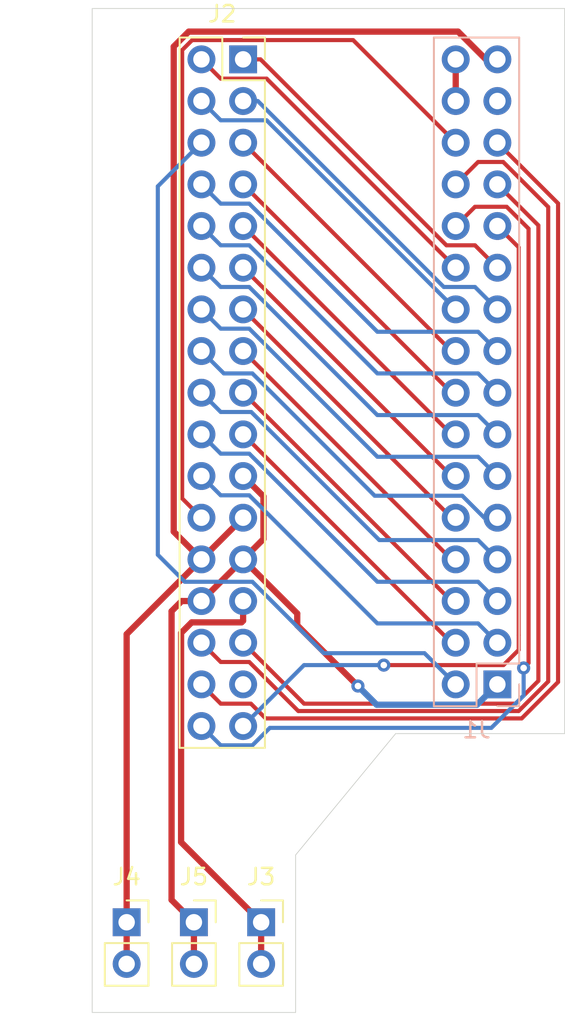
<source format=kicad_pcb>
(kicad_pcb (version 20171130) (host pcbnew "(5.1.9)-1")

  (general
    (thickness 1.6)
    (drawings 9)
    (tracks 159)
    (zones 0)
    (modules 5)
    (nets 34)
  )

  (page A4)
  (layers
    (0 F.Cu signal)
    (31 B.Cu signal)
    (32 B.Adhes user)
    (33 F.Adhes user)
    (34 B.Paste user)
    (35 F.Paste user)
    (36 B.SilkS user)
    (37 F.SilkS user)
    (38 B.Mask user)
    (39 F.Mask user)
    (40 Dwgs.User user)
    (41 Cmts.User user)
    (42 Eco1.User user)
    (43 Eco2.User user)
    (44 Edge.Cuts user)
    (45 Margin user)
    (46 B.CrtYd user)
    (47 F.CrtYd user)
    (48 B.Fab user)
    (49 F.Fab user)
  )

  (setup
    (last_trace_width 0.381)
    (user_trace_width 0.381)
    (trace_clearance 0.2)
    (zone_clearance 0.508)
    (zone_45_only no)
    (trace_min 0.2)
    (via_size 0.8)
    (via_drill 0.4)
    (via_min_size 0.4)
    (via_min_drill 0.3)
    (uvia_size 0.3)
    (uvia_drill 0.1)
    (uvias_allowed no)
    (uvia_min_size 0.2)
    (uvia_min_drill 0.1)
    (edge_width 0.05)
    (segment_width 0.2)
    (pcb_text_width 0.3)
    (pcb_text_size 1.5 1.5)
    (mod_edge_width 0.12)
    (mod_text_size 1 1)
    (mod_text_width 0.15)
    (pad_size 1.524 1.524)
    (pad_drill 0.762)
    (pad_to_mask_clearance 0)
    (aux_axis_origin 169.5 137.2)
    (visible_elements FFFFFF7F)
    (pcbplotparams
      (layerselection 0x010fc_ffffffff)
      (usegerberextensions false)
      (usegerberattributes true)
      (usegerberadvancedattributes true)
      (creategerberjobfile true)
      (excludeedgelayer true)
      (linewidth 0.100000)
      (plotframeref false)
      (viasonmask false)
      (mode 1)
      (useauxorigin false)
      (hpglpennumber 1)
      (hpglpenspeed 20)
      (hpglpendiameter 15.000000)
      (psnegative false)
      (psa4output false)
      (plotreference true)
      (plotvalue true)
      (plotinvisibletext false)
      (padsonsilk false)
      (subtractmaskfromsilk false)
      (outputformat 1)
      (mirror false)
      (drillshape 1)
      (scaleselection 1)
      (outputdirectory ""))
  )

  (net 0 "")
  (net 1 GND)
  (net 2 +3V3)
  (net 3 "Net-(J1-Pad29)")
  (net 4 /LCD_BL)
  (net 5 /T_PEN)
  (net 6 /T_MISO)
  (net 7 /T_MOSI)
  (net 8 /T_CS)
  (net 9 /T_SCK)
  (net 10 /FSMC_NEx)
  (net 11 /FSMC_Ax)
  (net 12 /FSMC_NWE)
  (net 13 /FSMC_NOE)
  (net 14 /FSMC_D0)
  (net 15 /FSMC_D1)
  (net 16 /FSMC_D2)
  (net 17 /FSMC_D3)
  (net 18 /FSMC_D4)
  (net 19 /FSMC_D5)
  (net 20 /FSMC_D6)
  (net 21 /FSMC_D7)
  (net 22 /FSMC_D8)
  (net 23 /FSMC_D9)
  (net 24 /FSMC_D10)
  (net 25 /FSMC_D11)
  (net 26 /FSMC_D12)
  (net 27 /FSMC_D13)
  (net 28 /FSMC_D14)
  (net 29 /FSMC_D15)
  (net 30 /RST)
  (net 31 +5V)
  (net 32 "Net-(J2-Pad31)")
  (net 33 GND2)

  (net_class Default "This is the default net class."
    (clearance 0.2)
    (trace_width 0.25)
    (via_dia 0.8)
    (via_drill 0.4)
    (uvia_dia 0.3)
    (uvia_drill 0.1)
    (add_net +3V3)
    (add_net +5V)
    (add_net /FSMC_Ax)
    (add_net /FSMC_D0)
    (add_net /FSMC_D1)
    (add_net /FSMC_D10)
    (add_net /FSMC_D11)
    (add_net /FSMC_D12)
    (add_net /FSMC_D13)
    (add_net /FSMC_D14)
    (add_net /FSMC_D15)
    (add_net /FSMC_D2)
    (add_net /FSMC_D3)
    (add_net /FSMC_D4)
    (add_net /FSMC_D5)
    (add_net /FSMC_D6)
    (add_net /FSMC_D7)
    (add_net /FSMC_D8)
    (add_net /FSMC_D9)
    (add_net /FSMC_NEx)
    (add_net /FSMC_NOE)
    (add_net /FSMC_NWE)
    (add_net /LCD_BL)
    (add_net /RST)
    (add_net /T_CS)
    (add_net /T_MISO)
    (add_net /T_MOSI)
    (add_net /T_PEN)
    (add_net /T_SCK)
    (add_net GND)
    (add_net GND2)
    (add_net "Net-(J1-Pad29)")
    (add_net "Net-(J2-Pad31)")
  )

  (module Connector_PinSocket_2.54mm:PinSocket_1x02_P2.54mm_Vertical (layer F.Cu) (tedit 5A19A420) (tstamp 609AA1A3)
    (at 175.7 131.7)
    (descr "Through hole straight socket strip, 1x02, 2.54mm pitch, single row (from Kicad 4.0.7), script generated")
    (tags "Through hole socket strip THT 1x02 2.54mm single row")
    (path /60AAE584)
    (fp_text reference J5 (at 0 -2.77) (layer F.SilkS)
      (effects (font (size 1 1) (thickness 0.15)))
    )
    (fp_text value Conn_01x02_Female (at 0 5.31) (layer F.Fab)
      (effects (font (size 1 1) (thickness 0.15)))
    )
    (fp_text user %R (at 0 1.27 90) (layer F.Fab)
      (effects (font (size 1 1) (thickness 0.15)))
    )
    (fp_line (start -1.27 -1.27) (end 0.635 -1.27) (layer F.Fab) (width 0.1))
    (fp_line (start 0.635 -1.27) (end 1.27 -0.635) (layer F.Fab) (width 0.1))
    (fp_line (start 1.27 -0.635) (end 1.27 3.81) (layer F.Fab) (width 0.1))
    (fp_line (start 1.27 3.81) (end -1.27 3.81) (layer F.Fab) (width 0.1))
    (fp_line (start -1.27 3.81) (end -1.27 -1.27) (layer F.Fab) (width 0.1))
    (fp_line (start -1.33 1.27) (end 1.33 1.27) (layer F.SilkS) (width 0.12))
    (fp_line (start -1.33 1.27) (end -1.33 3.87) (layer F.SilkS) (width 0.12))
    (fp_line (start -1.33 3.87) (end 1.33 3.87) (layer F.SilkS) (width 0.12))
    (fp_line (start 1.33 1.27) (end 1.33 3.87) (layer F.SilkS) (width 0.12))
    (fp_line (start 1.33 -1.33) (end 1.33 0) (layer F.SilkS) (width 0.12))
    (fp_line (start 0 -1.33) (end 1.33 -1.33) (layer F.SilkS) (width 0.12))
    (fp_line (start -1.8 -1.8) (end 1.75 -1.8) (layer F.CrtYd) (width 0.05))
    (fp_line (start 1.75 -1.8) (end 1.75 4.3) (layer F.CrtYd) (width 0.05))
    (fp_line (start 1.75 4.3) (end -1.8 4.3) (layer F.CrtYd) (width 0.05))
    (fp_line (start -1.8 4.3) (end -1.8 -1.8) (layer F.CrtYd) (width 0.05))
    (pad 2 thru_hole oval (at 0 2.54) (size 1.7 1.7) (drill 1) (layers *.Cu *.Mask)
      (net 1 GND))
    (pad 1 thru_hole rect (at 0 0) (size 1.7 1.7) (drill 1) (layers *.Cu *.Mask)
      (net 1 GND))
    (model ${KISYS3DMOD}/Connector_PinSocket_2.54mm.3dshapes/PinSocket_1x02_P2.54mm_Vertical.wrl
      (at (xyz 0 0 0))
      (scale (xyz 1 1 1))
      (rotate (xyz 0 0 0))
    )
  )

  (module Connector_PinSocket_2.54mm:PinSocket_1x02_P2.54mm_Vertical (layer F.Cu) (tedit 5A19A420) (tstamp 609AA18D)
    (at 171.6 131.7)
    (descr "Through hole straight socket strip, 1x02, 2.54mm pitch, single row (from Kicad 4.0.7), script generated")
    (tags "Through hole socket strip THT 1x02 2.54mm single row")
    (path /60AAEFFD)
    (fp_text reference J4 (at 0 -2.77) (layer F.SilkS)
      (effects (font (size 1 1) (thickness 0.15)))
    )
    (fp_text value Conn_01x02_Female (at 0 5.31) (layer F.Fab)
      (effects (font (size 1 1) (thickness 0.15)))
    )
    (fp_text user %R (at -0.2 1.7 90) (layer F.Fab)
      (effects (font (size 1 1) (thickness 0.15)))
    )
    (fp_line (start -1.27 -1.27) (end 0.635 -1.27) (layer F.Fab) (width 0.1))
    (fp_line (start 0.635 -1.27) (end 1.27 -0.635) (layer F.Fab) (width 0.1))
    (fp_line (start 1.27 -0.635) (end 1.27 3.81) (layer F.Fab) (width 0.1))
    (fp_line (start 1.27 3.81) (end -1.27 3.81) (layer F.Fab) (width 0.1))
    (fp_line (start -1.27 3.81) (end -1.27 -1.27) (layer F.Fab) (width 0.1))
    (fp_line (start -1.33 1.27) (end 1.33 1.27) (layer F.SilkS) (width 0.12))
    (fp_line (start -1.33 1.27) (end -1.33 3.87) (layer F.SilkS) (width 0.12))
    (fp_line (start -1.33 3.87) (end 1.33 3.87) (layer F.SilkS) (width 0.12))
    (fp_line (start 1.33 1.27) (end 1.33 3.87) (layer F.SilkS) (width 0.12))
    (fp_line (start 1.33 -1.33) (end 1.33 0) (layer F.SilkS) (width 0.12))
    (fp_line (start 0 -1.33) (end 1.33 -1.33) (layer F.SilkS) (width 0.12))
    (fp_line (start -1.8 -1.8) (end 1.75 -1.8) (layer F.CrtYd) (width 0.05))
    (fp_line (start 1.75 -1.8) (end 1.75 4.3) (layer F.CrtYd) (width 0.05))
    (fp_line (start 1.75 4.3) (end -1.8 4.3) (layer F.CrtYd) (width 0.05))
    (fp_line (start -1.8 4.3) (end -1.8 -1.8) (layer F.CrtYd) (width 0.05))
    (pad 2 thru_hole oval (at 0 2.54) (size 1.7 1.7) (drill 1) (layers *.Cu *.Mask)
      (net 2 +3V3))
    (pad 1 thru_hole rect (at 0 0) (size 1.7 1.7) (drill 1) (layers *.Cu *.Mask)
      (net 2 +3V3))
    (model ${KISYS3DMOD}/Connector_PinSocket_2.54mm.3dshapes/PinSocket_1x02_P2.54mm_Vertical.wrl
      (at (xyz 0 0 0))
      (scale (xyz 1 1 1))
      (rotate (xyz 0 0 0))
    )
  )

  (module Connector_PinSocket_2.54mm:PinSocket_1x02_P2.54mm_Vertical (layer F.Cu) (tedit 5A19A420) (tstamp 609AA177)
    (at 179.8 131.7)
    (descr "Through hole straight socket strip, 1x02, 2.54mm pitch, single row (from Kicad 4.0.7), script generated")
    (tags "Through hole socket strip THT 1x02 2.54mm single row")
    (path /60AB1D20)
    (fp_text reference J3 (at 0 -2.77) (layer F.SilkS)
      (effects (font (size 1 1) (thickness 0.15)))
    )
    (fp_text value Conn_01x02_Female (at 0 5.31) (layer F.Fab)
      (effects (font (size 1 1) (thickness 0.15)))
    )
    (fp_text user %R (at 0 1.27 90) (layer F.Fab)
      (effects (font (size 1 1) (thickness 0.15)))
    )
    (fp_line (start -1.27 -1.27) (end 0.635 -1.27) (layer F.Fab) (width 0.1))
    (fp_line (start 0.635 -1.27) (end 1.27 -0.635) (layer F.Fab) (width 0.1))
    (fp_line (start 1.27 -0.635) (end 1.27 3.81) (layer F.Fab) (width 0.1))
    (fp_line (start 1.27 3.81) (end -1.27 3.81) (layer F.Fab) (width 0.1))
    (fp_line (start -1.27 3.81) (end -1.27 -1.27) (layer F.Fab) (width 0.1))
    (fp_line (start -1.33 1.27) (end 1.33 1.27) (layer F.SilkS) (width 0.12))
    (fp_line (start -1.33 1.27) (end -1.33 3.87) (layer F.SilkS) (width 0.12))
    (fp_line (start -1.33 3.87) (end 1.33 3.87) (layer F.SilkS) (width 0.12))
    (fp_line (start 1.33 1.27) (end 1.33 3.87) (layer F.SilkS) (width 0.12))
    (fp_line (start 1.33 -1.33) (end 1.33 0) (layer F.SilkS) (width 0.12))
    (fp_line (start 0 -1.33) (end 1.33 -1.33) (layer F.SilkS) (width 0.12))
    (fp_line (start -1.8 -1.8) (end 1.75 -1.8) (layer F.CrtYd) (width 0.05))
    (fp_line (start 1.75 -1.8) (end 1.75 4.3) (layer F.CrtYd) (width 0.05))
    (fp_line (start 1.75 4.3) (end -1.8 4.3) (layer F.CrtYd) (width 0.05))
    (fp_line (start -1.8 4.3) (end -1.8 -1.8) (layer F.CrtYd) (width 0.05))
    (pad 2 thru_hole oval (at 0 2.54) (size 1.7 1.7) (drill 1) (layers *.Cu *.Mask)
      (net 31 +5V))
    (pad 1 thru_hole rect (at 0 0) (size 1.7 1.7) (drill 1) (layers *.Cu *.Mask)
      (net 31 +5V))
    (model ${KISYS3DMOD}/Connector_PinSocket_2.54mm.3dshapes/PinSocket_1x02_P2.54mm_Vertical.wrl
      (at (xyz 0 0 0))
      (scale (xyz 1 1 1))
      (rotate (xyz 0 0 0))
    )
  )

  (module Connector_PinSocket_2.54mm:PinSocket_2x17_P2.54mm_Vertical (layer F.Cu) (tedit 5A19A431) (tstamp 609A7011)
    (at 178.7 79.1)
    (descr "Through hole straight socket strip, 2x17, 2.54mm pitch, double cols (from Kicad 4.0.7), script generated")
    (tags "Through hole socket strip THT 2x17 2.54mm double row")
    (path /609B69A4)
    (fp_text reference J2 (at -1.27 -2.77) (layer F.SilkS)
      (effects (font (size 1 1) (thickness 0.15)))
    )
    (fp_text value Screen (at -1.27 43.41) (layer F.Fab)
      (effects (font (size 1 1) (thickness 0.15)))
    )
    (fp_text user %R (at -1.27 20.32 -270) (layer F.Fab)
      (effects (font (size 1 1) (thickness 0.15)))
    )
    (fp_line (start -3.81 -1.27) (end 0.27 -1.27) (layer F.Fab) (width 0.1))
    (fp_line (start 0.27 -1.27) (end 1.27 -0.27) (layer F.Fab) (width 0.1))
    (fp_line (start 1.27 -0.27) (end 1.27 41.91) (layer F.Fab) (width 0.1))
    (fp_line (start 1.27 41.91) (end -3.81 41.91) (layer F.Fab) (width 0.1))
    (fp_line (start -3.81 41.91) (end -3.81 -1.27) (layer F.Fab) (width 0.1))
    (fp_line (start -3.87 -1.33) (end -1.27 -1.33) (layer F.SilkS) (width 0.12))
    (fp_line (start -3.87 -1.33) (end -3.87 41.97) (layer F.SilkS) (width 0.12))
    (fp_line (start -3.87 41.97) (end 1.33 41.97) (layer F.SilkS) (width 0.12))
    (fp_line (start 1.33 1.27) (end 1.33 41.97) (layer F.SilkS) (width 0.12))
    (fp_line (start -1.27 1.27) (end 1.33 1.27) (layer F.SilkS) (width 0.12))
    (fp_line (start -1.27 -1.33) (end -1.27 1.27) (layer F.SilkS) (width 0.12))
    (fp_line (start 1.33 -1.33) (end 1.33 0) (layer F.SilkS) (width 0.12))
    (fp_line (start 0 -1.33) (end 1.33 -1.33) (layer F.SilkS) (width 0.12))
    (fp_line (start -4.34 -1.8) (end 1.76 -1.8) (layer F.CrtYd) (width 0.05))
    (fp_line (start 1.76 -1.8) (end 1.76 42.4) (layer F.CrtYd) (width 0.05))
    (fp_line (start 1.76 42.4) (end -4.34 42.4) (layer F.CrtYd) (width 0.05))
    (fp_line (start -4.34 42.4) (end -4.34 -1.8) (layer F.CrtYd) (width 0.05))
    (pad 34 thru_hole oval (at -2.54 40.64) (size 1.7 1.7) (drill 1) (layers *.Cu *.Mask)
      (net 8 /T_CS))
    (pad 33 thru_hole oval (at 0 40.64) (size 1.7 1.7) (drill 1) (layers *.Cu *.Mask)
      (net 9 /T_SCK))
    (pad 32 thru_hole oval (at -2.54 38.1) (size 1.7 1.7) (drill 1) (layers *.Cu *.Mask)
      (net 5 /T_PEN))
    (pad 31 thru_hole oval (at 0 38.1) (size 1.7 1.7) (drill 1) (layers *.Cu *.Mask)
      (net 32 "Net-(J2-Pad31)"))
    (pad 30 thru_hole oval (at -2.54 35.56) (size 1.7 1.7) (drill 1) (layers *.Cu *.Mask)
      (net 6 /T_MISO))
    (pad 29 thru_hole oval (at 0 35.56) (size 1.7 1.7) (drill 1) (layers *.Cu *.Mask)
      (net 7 /T_MOSI))
    (pad 28 thru_hole oval (at -2.54 33.02) (size 1.7 1.7) (drill 1) (layers *.Cu *.Mask)
      (net 1 GND))
    (pad 27 thru_hole oval (at 0 33.02) (size 1.7 1.7) (drill 1) (layers *.Cu *.Mask)
      (net 31 +5V))
    (pad 26 thru_hole oval (at -2.54 30.48) (size 1.7 1.7) (drill 1) (layers *.Cu *.Mask)
      (net 2 +3V3))
    (pad 25 thru_hole oval (at 0 30.48) (size 1.7 1.7) (drill 1) (layers *.Cu *.Mask)
      (net 1 GND))
    (pad 24 thru_hole oval (at -2.54 27.94) (size 1.7 1.7) (drill 1) (layers *.Cu *.Mask)
      (net 4 /LCD_BL))
    (pad 23 thru_hole oval (at 0 27.94) (size 1.7 1.7) (drill 1) (layers *.Cu *.Mask)
      (net 2 +3V3))
    (pad 22 thru_hole oval (at -2.54 25.4) (size 1.7 1.7) (drill 1) (layers *.Cu *.Mask)
      (net 29 /FSMC_D15))
    (pad 21 thru_hole oval (at 0 25.4) (size 1.7 1.7) (drill 1) (layers *.Cu *.Mask)
      (net 1 GND))
    (pad 20 thru_hole oval (at -2.54 22.86) (size 1.7 1.7) (drill 1) (layers *.Cu *.Mask)
      (net 27 /FSMC_D13))
    (pad 19 thru_hole oval (at 0 22.86) (size 1.7 1.7) (drill 1) (layers *.Cu *.Mask)
      (net 28 /FSMC_D14))
    (pad 18 thru_hole oval (at -2.54 20.32) (size 1.7 1.7) (drill 1) (layers *.Cu *.Mask)
      (net 25 /FSMC_D11))
    (pad 17 thru_hole oval (at 0 20.32) (size 1.7 1.7) (drill 1) (layers *.Cu *.Mask)
      (net 26 /FSMC_D12))
    (pad 16 thru_hole oval (at -2.54 17.78) (size 1.7 1.7) (drill 1) (layers *.Cu *.Mask)
      (net 23 /FSMC_D9))
    (pad 15 thru_hole oval (at 0 17.78) (size 1.7 1.7) (drill 1) (layers *.Cu *.Mask)
      (net 24 /FSMC_D10))
    (pad 14 thru_hole oval (at -2.54 15.24) (size 1.7 1.7) (drill 1) (layers *.Cu *.Mask)
      (net 21 /FSMC_D7))
    (pad 13 thru_hole oval (at 0 15.24) (size 1.7 1.7) (drill 1) (layers *.Cu *.Mask)
      (net 22 /FSMC_D8))
    (pad 12 thru_hole oval (at -2.54 12.7) (size 1.7 1.7) (drill 1) (layers *.Cu *.Mask)
      (net 19 /FSMC_D5))
    (pad 11 thru_hole oval (at 0 12.7) (size 1.7 1.7) (drill 1) (layers *.Cu *.Mask)
      (net 20 /FSMC_D6))
    (pad 10 thru_hole oval (at -2.54 10.16) (size 1.7 1.7) (drill 1) (layers *.Cu *.Mask)
      (net 17 /FSMC_D3))
    (pad 9 thru_hole oval (at 0 10.16) (size 1.7 1.7) (drill 1) (layers *.Cu *.Mask)
      (net 18 /FSMC_D4))
    (pad 8 thru_hole oval (at -2.54 7.62) (size 1.7 1.7) (drill 1) (layers *.Cu *.Mask)
      (net 15 /FSMC_D1))
    (pad 7 thru_hole oval (at 0 7.62) (size 1.7 1.7) (drill 1) (layers *.Cu *.Mask)
      (net 16 /FSMC_D2))
    (pad 6 thru_hole oval (at -2.54 5.08) (size 1.7 1.7) (drill 1) (layers *.Cu *.Mask)
      (net 30 /RST))
    (pad 5 thru_hole oval (at 0 5.08) (size 1.7 1.7) (drill 1) (layers *.Cu *.Mask)
      (net 14 /FSMC_D0))
    (pad 4 thru_hole oval (at -2.54 2.54) (size 1.7 1.7) (drill 1) (layers *.Cu *.Mask)
      (net 12 /FSMC_NWE))
    (pad 3 thru_hole oval (at 0 2.54) (size 1.7 1.7) (drill 1) (layers *.Cu *.Mask)
      (net 13 /FSMC_NOE))
    (pad 2 thru_hole oval (at -2.54 0) (size 1.7 1.7) (drill 1) (layers *.Cu *.Mask)
      (net 10 /FSMC_NEx))
    (pad 1 thru_hole rect (at 0 0) (size 1.7 1.7) (drill 1) (layers *.Cu *.Mask)
      (net 11 /FSMC_Ax))
    (model ${KISYS3DMOD}/Connector_PinSocket_2.54mm.3dshapes/PinSocket_2x17_P2.54mm_Vertical.wrl
      (at (xyz 0 0 0))
      (scale (xyz 1 1 1))
      (rotate (xyz 0 0 0))
    )
  )

  (module Connector_PinSocket_2.54mm:PinSocket_2x16_P2.54mm_Vertical (layer B.Cu) (tedit 5A19A424) (tstamp 609A6F3F)
    (at 194.2 117.2)
    (descr "Through hole straight socket strip, 2x16, 2.54mm pitch, double cols (from Kicad 4.0.7), script generated")
    (tags "Through hole socket strip THT 2x16 2.54mm double row")
    (path /609B51F0)
    (fp_text reference J1 (at -1.27 2.77) (layer B.SilkS)
      (effects (font (size 1 1) (thickness 0.15)) (justify mirror))
    )
    (fp_text value Board (at -1.27 -40.87) (layer B.Fab)
      (effects (font (size 1 1) (thickness 0.15)) (justify mirror))
    )
    (fp_text user %R (at -1.27 -19.05 -90) (layer B.Fab)
      (effects (font (size 1 1) (thickness 0.15)) (justify mirror))
    )
    (fp_line (start -3.81 1.27) (end 0.27 1.27) (layer B.Fab) (width 0.1))
    (fp_line (start 0.27 1.27) (end 1.27 0.27) (layer B.Fab) (width 0.1))
    (fp_line (start 1.27 0.27) (end 1.27 -39.37) (layer B.Fab) (width 0.1))
    (fp_line (start 1.27 -39.37) (end -3.81 -39.37) (layer B.Fab) (width 0.1))
    (fp_line (start -3.81 -39.37) (end -3.81 1.27) (layer B.Fab) (width 0.1))
    (fp_line (start -3.87 1.33) (end -1.27 1.33) (layer B.SilkS) (width 0.12))
    (fp_line (start -3.87 1.33) (end -3.87 -39.43) (layer B.SilkS) (width 0.12))
    (fp_line (start -3.87 -39.43) (end 1.33 -39.43) (layer B.SilkS) (width 0.12))
    (fp_line (start 1.33 -1.27) (end 1.33 -39.43) (layer B.SilkS) (width 0.12))
    (fp_line (start -1.27 -1.27) (end 1.33 -1.27) (layer B.SilkS) (width 0.12))
    (fp_line (start -1.27 1.33) (end -1.27 -1.27) (layer B.SilkS) (width 0.12))
    (fp_line (start 1.33 1.33) (end 1.33 0) (layer B.SilkS) (width 0.12))
    (fp_line (start 0 1.33) (end 1.33 1.33) (layer B.SilkS) (width 0.12))
    (fp_line (start -4.34 1.8) (end 1.76 1.8) (layer B.CrtYd) (width 0.05))
    (fp_line (start 1.76 1.8) (end 1.76 -39.9) (layer B.CrtYd) (width 0.05))
    (fp_line (start 1.76 -39.9) (end -4.34 -39.9) (layer B.CrtYd) (width 0.05))
    (fp_line (start -4.34 -39.9) (end -4.34 1.8) (layer B.CrtYd) (width 0.05))
    (pad 32 thru_hole oval (at -2.54 -38.1) (size 1.7 1.7) (drill 1) (layers *.Cu *.Mask)
      (net 33 GND2))
    (pad 31 thru_hole oval (at 0 -38.1) (size 1.7 1.7) (drill 1) (layers *.Cu *.Mask)
      (net 2 +3V3))
    (pad 30 thru_hole oval (at -2.54 -35.56) (size 1.7 1.7) (drill 1) (layers *.Cu *.Mask)
      (net 33 GND2))
    (pad 29 thru_hole oval (at 0 -35.56) (size 1.7 1.7) (drill 1) (layers *.Cu *.Mask)
      (net 3 "Net-(J1-Pad29)"))
    (pad 28 thru_hole oval (at -2.54 -33.02) (size 1.7 1.7) (drill 1) (layers *.Cu *.Mask)
      (net 4 /LCD_BL))
    (pad 27 thru_hole oval (at 0 -33.02) (size 1.7 1.7) (drill 1) (layers *.Cu *.Mask)
      (net 5 /T_PEN))
    (pad 26 thru_hole oval (at -2.54 -30.48) (size 1.7 1.7) (drill 1) (layers *.Cu *.Mask)
      (net 6 /T_MISO))
    (pad 25 thru_hole oval (at 0 -30.48) (size 1.7 1.7) (drill 1) (layers *.Cu *.Mask)
      (net 7 /T_MOSI))
    (pad 24 thru_hole oval (at -2.54 -27.94) (size 1.7 1.7) (drill 1) (layers *.Cu *.Mask)
      (net 8 /T_CS))
    (pad 23 thru_hole oval (at 0 -27.94) (size 1.7 1.7) (drill 1) (layers *.Cu *.Mask)
      (net 9 /T_SCK))
    (pad 22 thru_hole oval (at -2.54 -25.4) (size 1.7 1.7) (drill 1) (layers *.Cu *.Mask)
      (net 10 /FSMC_NEx))
    (pad 21 thru_hole oval (at 0 -25.4) (size 1.7 1.7) (drill 1) (layers *.Cu *.Mask)
      (net 11 /FSMC_Ax))
    (pad 20 thru_hole oval (at -2.54 -22.86) (size 1.7 1.7) (drill 1) (layers *.Cu *.Mask)
      (net 12 /FSMC_NWE))
    (pad 19 thru_hole oval (at 0 -22.86) (size 1.7 1.7) (drill 1) (layers *.Cu *.Mask)
      (net 13 /FSMC_NOE))
    (pad 18 thru_hole oval (at -2.54 -20.32) (size 1.7 1.7) (drill 1) (layers *.Cu *.Mask)
      (net 14 /FSMC_D0))
    (pad 17 thru_hole oval (at 0 -20.32) (size 1.7 1.7) (drill 1) (layers *.Cu *.Mask)
      (net 15 /FSMC_D1))
    (pad 16 thru_hole oval (at -2.54 -17.78) (size 1.7 1.7) (drill 1) (layers *.Cu *.Mask)
      (net 16 /FSMC_D2))
    (pad 15 thru_hole oval (at 0 -17.78) (size 1.7 1.7) (drill 1) (layers *.Cu *.Mask)
      (net 17 /FSMC_D3))
    (pad 14 thru_hole oval (at -2.54 -15.24) (size 1.7 1.7) (drill 1) (layers *.Cu *.Mask)
      (net 18 /FSMC_D4))
    (pad 13 thru_hole oval (at 0 -15.24) (size 1.7 1.7) (drill 1) (layers *.Cu *.Mask)
      (net 19 /FSMC_D5))
    (pad 12 thru_hole oval (at -2.54 -12.7) (size 1.7 1.7) (drill 1) (layers *.Cu *.Mask)
      (net 20 /FSMC_D6))
    (pad 11 thru_hole oval (at 0 -12.7) (size 1.7 1.7) (drill 1) (layers *.Cu *.Mask)
      (net 21 /FSMC_D7))
    (pad 10 thru_hole oval (at -2.54 -10.16) (size 1.7 1.7) (drill 1) (layers *.Cu *.Mask)
      (net 22 /FSMC_D8))
    (pad 9 thru_hole oval (at 0 -10.16) (size 1.7 1.7) (drill 1) (layers *.Cu *.Mask)
      (net 23 /FSMC_D9))
    (pad 8 thru_hole oval (at -2.54 -7.62) (size 1.7 1.7) (drill 1) (layers *.Cu *.Mask)
      (net 24 /FSMC_D10))
    (pad 7 thru_hole oval (at 0 -7.62) (size 1.7 1.7) (drill 1) (layers *.Cu *.Mask)
      (net 25 /FSMC_D11))
    (pad 6 thru_hole oval (at -2.54 -5.08) (size 1.7 1.7) (drill 1) (layers *.Cu *.Mask)
      (net 26 /FSMC_D12))
    (pad 5 thru_hole oval (at 0 -5.08) (size 1.7 1.7) (drill 1) (layers *.Cu *.Mask)
      (net 27 /FSMC_D13))
    (pad 4 thru_hole oval (at -2.54 -2.54) (size 1.7 1.7) (drill 1) (layers *.Cu *.Mask)
      (net 28 /FSMC_D14))
    (pad 3 thru_hole oval (at 0 -2.54) (size 1.7 1.7) (drill 1) (layers *.Cu *.Mask)
      (net 29 /FSMC_D15))
    (pad 2 thru_hole oval (at -2.54 0) (size 1.7 1.7) (drill 1) (layers *.Cu *.Mask)
      (net 30 /RST))
    (pad 1 thru_hole rect (at 0 0) (size 1.7 1.7) (drill 1) (layers *.Cu *.Mask)
      (net 1 GND))
    (model ${KISYS3DMOD}/Connector_PinSocket_2.54mm.3dshapes/PinSocket_2x16_P2.54mm_Vertical.wrl
      (at (xyz 0 0 0))
      (scale (xyz 1 1 1))
      (rotate (xyz 0 0 0))
    )
  )

  (gr_line (start 169.5 127.6) (end 169.5 137.2) (layer Edge.Cuts) (width 0.05) (tstamp 609AA3B5))
  (gr_line (start 181.9 127.6) (end 181.9 137.2) (layer Edge.Cuts) (width 0.05) (tstamp 609AA3B4))
  (gr_line (start 198.3 76) (end 198.3 77) (layer Edge.Cuts) (width 0.05) (tstamp 609A9CB4))
  (gr_line (start 169.5 76) (end 198.3 76) (layer Edge.Cuts) (width 0.05))
  (gr_line (start 169.5 127.6) (end 169.5 76) (layer Edge.Cuts) (width 0.05))
  (gr_line (start 181.9 137.2) (end 169.5 137.2) (layer Edge.Cuts) (width 0.05))
  (gr_line (start 188 120.2) (end 181.9 127.6) (layer Edge.Cuts) (width 0.05))
  (gr_line (start 198.3 120.2) (end 188 120.2) (layer Edge.Cuts) (width 0.05))
  (gr_line (start 198.3 77) (end 198.3 120.2) (layer Edge.Cuts) (width 0.05) (tstamp 609A9CEF))

  (segment (start 192.959499 118.440501) (end 186.840501 118.440501) (width 0.381) (layer B.Cu) (net 1))
  (segment (start 194.2 117.2) (end 192.959499 118.440501) (width 0.381) (layer B.Cu) (net 1))
  (via (at 185.7 117.3) (size 0.8) (drill 0.4) (layers F.Cu B.Cu) (net 1))
  (segment (start 186.840501 118.440501) (end 185.7 117.3) (width 0.381) (layer B.Cu) (net 1))
  (segment (start 185.7 117.3) (end 182 113.6) (width 0.381) (layer F.Cu) (net 1))
  (segment (start 182 112.88) (end 178.7 109.58) (width 0.381) (layer F.Cu) (net 1))
  (segment (start 182 113.6) (end 182 112.88) (width 0.381) (layer F.Cu) (net 1))
  (segment (start 179.940501 105.740501) (end 178.7 104.5) (width 0.381) (layer F.Cu) (net 1))
  (segment (start 179.940501 108.339499) (end 179.940501 105.740501) (width 0.381) (layer F.Cu) (net 1))
  (segment (start 178.7 109.58) (end 179.940501 108.339499) (width 0.381) (layer F.Cu) (net 1))
  (segment (start 178.7 109.58) (end 176.16 112.12) (width 0.381) (layer F.Cu) (net 1))
  (segment (start 174.338489 130.338489) (end 175.7 131.7) (width 0.381) (layer F.Cu) (net 1))
  (segment (start 174.338489 112.73943) (end 174.338489 130.338489) (width 0.381) (layer F.Cu) (net 1))
  (segment (start 174.957919 112.12) (end 174.338489 112.73943) (width 0.381) (layer F.Cu) (net 1))
  (segment (start 176.16 112.12) (end 174.957919 112.12) (width 0.381) (layer F.Cu) (net 1))
  (segment (start 175.7 134.24) (end 175.7 131.7) (width 0.381) (layer F.Cu) (net 1))
  (segment (start 191.66 79.1) (end 191.66 81.64) (width 0.381) (layer F.Cu) (net 33))
  (segment (start 174.469489 107.889489) (end 176.16 109.58) (width 0.381) (layer F.Cu) (net 2))
  (segment (start 174.469489 78.322468) (end 174.469489 107.889489) (width 0.381) (layer F.Cu) (net 2))
  (segment (start 175.382468 77.409489) (end 174.469489 78.322468) (width 0.381) (layer F.Cu) (net 2))
  (segment (start 191.805431 77.409489) (end 175.382468 77.409489) (width 0.381) (layer F.Cu) (net 2))
  (segment (start 193.495942 79.1) (end 191.805431 77.409489) (width 0.381) (layer F.Cu) (net 2))
  (segment (start 194.2 79.1) (end 193.495942 79.1) (width 0.381) (layer F.Cu) (net 2))
  (segment (start 176.16 109.58) (end 178.7 107.04) (width 0.381) (layer F.Cu) (net 2))
  (segment (start 171.6 114.14) (end 171.6 131.7) (width 0.381) (layer F.Cu) (net 2))
  (segment (start 176.16 109.58) (end 171.6 114.14) (width 0.381) (layer F.Cu) (net 2))
  (segment (start 171.6 134.24) (end 171.6 131.7) (width 0.381) (layer F.Cu) (net 2))
  (segment (start 174.984999 105.864999) (end 176.16 107.04) (width 0.25) (layer F.Cu) (net 4))
  (segment (start 174.984999 78.535999) (end 174.984999 105.864999) (width 0.25) (layer F.Cu) (net 4))
  (segment (start 175.595999 77.924999) (end 174.984999 78.535999) (width 0.25) (layer F.Cu) (net 4))
  (segment (start 185.404999 77.924999) (end 175.595999 77.924999) (width 0.25) (layer F.Cu) (net 4))
  (segment (start 191.66 84.18) (end 185.404999 77.924999) (width 0.25) (layer F.Cu) (net 4))
  (segment (start 179.175001 118.375001) (end 177.335001 118.375001) (width 0.25) (layer F.Cu) (net 5))
  (segment (start 180.075021 119.275021) (end 179.175001 118.375001) (width 0.25) (layer F.Cu) (net 5))
  (segment (start 195.682801 119.275021) (end 180.075021 119.275021) (width 0.25) (layer F.Cu) (net 5))
  (segment (start 197.9 117.057822) (end 195.682801 119.275021) (width 0.25) (layer F.Cu) (net 5))
  (segment (start 177.335001 118.375001) (end 176.16 117.2) (width 0.25) (layer F.Cu) (net 5))
  (segment (start 197.9 87.88) (end 197.9 117.057822) (width 0.25) (layer F.Cu) (net 5))
  (segment (start 194.2 84.18) (end 197.9 87.88) (width 0.25) (layer F.Cu) (net 5))
  (segment (start 177.335001 115.835001) (end 176.16 114.66) (width 0.25) (layer F.Cu) (net 6))
  (segment (start 179.074003 115.835001) (end 177.335001 115.835001) (width 0.25) (layer F.Cu) (net 6))
  (segment (start 182.064013 118.825011) (end 179.074003 115.835001) (width 0.25) (layer F.Cu) (net 6))
  (segment (start 197.3 117.021412) (end 195.496401 118.825011) (width 0.25) (layer F.Cu) (net 6))
  (segment (start 195.496401 118.825011) (end 182.064013 118.825011) (width 0.25) (layer F.Cu) (net 6))
  (segment (start 194.555001 85.355001) (end 197.3 88.1) (width 0.25) (layer F.Cu) (net 6))
  (segment (start 197.3 88.1) (end 197.3 117.021412) (width 0.25) (layer F.Cu) (net 6))
  (segment (start 193.024999 85.355001) (end 194.555001 85.355001) (width 0.25) (layer F.Cu) (net 6))
  (segment (start 191.66 86.72) (end 193.024999 85.355001) (width 0.25) (layer F.Cu) (net 6))
  (segment (start 182.415001 118.375001) (end 178.7 114.66) (width 0.25) (layer F.Cu) (net 7))
  (segment (start 195.310001 118.375001) (end 182.415001 118.375001) (width 0.25) (layer F.Cu) (net 7))
  (segment (start 196.7 116.985002) (end 195.310001 118.375001) (width 0.25) (layer F.Cu) (net 7))
  (segment (start 196.7 89.22) (end 196.7 116.985002) (width 0.25) (layer F.Cu) (net 7))
  (segment (start 194.2 86.72) (end 196.7 89.22) (width 0.25) (layer F.Cu) (net 7))
  (segment (start 196.1 115.9) (end 195.8 116.2) (width 0.25) (layer F.Cu) (net 8))
  (segment (start 196.1 89.420998) (end 196.1 115.9) (width 0.25) (layer F.Cu) (net 8))
  (segment (start 194.764001 88.084999) (end 196.1 89.420998) (width 0.25) (layer F.Cu) (net 8))
  (segment (start 192.835001 88.084999) (end 194.764001 88.084999) (width 0.25) (layer F.Cu) (net 8))
  (segment (start 191.66 89.26) (end 192.835001 88.084999) (width 0.25) (layer F.Cu) (net 8))
  (segment (start 195.8 116.2) (end 195.8 116.2) (width 0.25) (layer F.Cu) (net 8) (tstamp 609A9D18))
  (via (at 195.8 116.2) (size 0.8) (drill 0.4) (layers F.Cu B.Cu) (net 8))
  (segment (start 177.335001 120.915001) (end 176.16 119.74) (width 0.25) (layer B.Cu) (net 8))
  (segment (start 179.264001 120.915001) (end 177.335001 120.915001) (width 0.25) (layer B.Cu) (net 8))
  (segment (start 180.329012 119.84999) (end 179.264001 120.915001) (width 0.25) (layer B.Cu) (net 8))
  (segment (start 193.835012 119.84999) (end 180.329012 119.84999) (width 0.25) (layer B.Cu) (net 8))
  (segment (start 195.8 117.885002) (end 193.835012 119.84999) (width 0.25) (layer B.Cu) (net 8))
  (segment (start 195.8 116.2) (end 195.8 117.885002) (width 0.25) (layer B.Cu) (net 8))
  (segment (start 195.5 90.56) (end 195.5 114.2) (width 0.25) (layer F.Cu) (net 9))
  (segment (start 194.2 89.26) (end 195.5 90.56) (width 0.25) (layer F.Cu) (net 9))
  (segment (start 194.574003 116.024999) (end 187.275001 116.024999) (width 0.25) (layer F.Cu) (net 9))
  (segment (start 195.5 115.099002) (end 194.574003 116.024999) (width 0.25) (layer F.Cu) (net 9))
  (segment (start 195.5 114.2) (end 195.5 115.099002) (width 0.25) (layer F.Cu) (net 9))
  (via (at 187.275001 116.024999) (size 0.8) (drill 0.4) (layers F.Cu B.Cu) (net 9))
  (segment (start 182.415001 116.024999) (end 178.7 119.74) (width 0.25) (layer B.Cu) (net 9))
  (segment (start 187.275001 116.024999) (end 182.415001 116.024999) (width 0.25) (layer B.Cu) (net 9))
  (segment (start 177.335001 80.275001) (end 176.16 79.1) (width 0.25) (layer F.Cu) (net 10))
  (segment (start 180.135001 80.275001) (end 177.335001 80.275001) (width 0.25) (layer F.Cu) (net 10))
  (segment (start 191.66 91.8) (end 180.135001 80.275001) (width 0.25) (layer F.Cu) (net 10))
  (segment (start 179.760998 79.1) (end 178.7 79.1) (width 0.25) (layer F.Cu) (net 11))
  (segment (start 191.095999 90.435001) (end 179.760998 79.1) (width 0.25) (layer F.Cu) (net 11))
  (segment (start 192.835001 90.435001) (end 191.095999 90.435001) (width 0.25) (layer F.Cu) (net 11))
  (segment (start 194.2 91.8) (end 192.835001 90.435001) (width 0.25) (layer F.Cu) (net 11))
  (segment (start 177.335001 82.815001) (end 176.16 81.64) (width 0.25) (layer B.Cu) (net 12))
  (segment (start 180.135001 82.815001) (end 177.335001 82.815001) (width 0.25) (layer B.Cu) (net 12))
  (segment (start 191.66 94.34) (end 180.135001 82.815001) (width 0.25) (layer B.Cu) (net 12))
  (segment (start 190.931411 92.975001) (end 179.59641 81.64) (width 0.25) (layer B.Cu) (net 13))
  (segment (start 179.59641 81.64) (end 178.7 81.64) (width 0.25) (layer B.Cu) (net 13))
  (segment (start 192.835001 92.975001) (end 190.931411 92.975001) (width 0.25) (layer B.Cu) (net 13))
  (segment (start 194.2 94.34) (end 192.835001 92.975001) (width 0.25) (layer B.Cu) (net 13))
  (segment (start 191.4 96.88) (end 191.66 96.88) (width 0.25) (layer F.Cu) (net 14))
  (segment (start 178.7 84.18) (end 191.4 96.88) (width 0.25) (layer F.Cu) (net 14))
  (segment (start 177.335001 87.895001) (end 176.16 86.72) (width 0.25) (layer B.Cu) (net 15))
  (segment (start 179.074003 87.895001) (end 177.335001 87.895001) (width 0.25) (layer B.Cu) (net 15))
  (segment (start 186.884001 95.704999) (end 179.074003 87.895001) (width 0.25) (layer B.Cu) (net 15))
  (segment (start 193.024999 95.704999) (end 186.884001 95.704999) (width 0.25) (layer B.Cu) (net 15))
  (segment (start 194.2 96.88) (end 193.024999 95.704999) (width 0.25) (layer B.Cu) (net 15))
  (segment (start 191.4 99.42) (end 191.66 99.42) (width 0.25) (layer F.Cu) (net 16))
  (segment (start 178.7 86.72) (end 191.4 99.42) (width 0.25) (layer F.Cu) (net 16))
  (segment (start 177.335001 90.435001) (end 176.16 89.26) (width 0.25) (layer B.Cu) (net 17))
  (segment (start 179.074003 90.435001) (end 177.335001 90.435001) (width 0.25) (layer B.Cu) (net 17))
  (segment (start 186.884001 98.244999) (end 179.074003 90.435001) (width 0.25) (layer B.Cu) (net 17))
  (segment (start 193.024999 98.244999) (end 186.884001 98.244999) (width 0.25) (layer B.Cu) (net 17))
  (segment (start 194.2 99.42) (end 193.024999 98.244999) (width 0.25) (layer B.Cu) (net 17))
  (segment (start 191.4 101.96) (end 191.66 101.96) (width 0.25) (layer F.Cu) (net 18))
  (segment (start 178.7 89.26) (end 191.4 101.96) (width 0.25) (layer F.Cu) (net 18))
  (segment (start 177.335001 92.975001) (end 176.16 91.8) (width 0.25) (layer B.Cu) (net 19))
  (segment (start 179.074003 92.975001) (end 177.335001 92.975001) (width 0.25) (layer B.Cu) (net 19))
  (segment (start 186.884001 100.784999) (end 179.074003 92.975001) (width 0.25) (layer B.Cu) (net 19))
  (segment (start 193.024999 100.784999) (end 186.884001 100.784999) (width 0.25) (layer B.Cu) (net 19))
  (segment (start 194.2 101.96) (end 193.024999 100.784999) (width 0.25) (layer B.Cu) (net 19))
  (segment (start 191.4 104.5) (end 191.66 104.5) (width 0.25) (layer F.Cu) (net 20))
  (segment (start 178.7 91.8) (end 191.4 104.5) (width 0.25) (layer F.Cu) (net 20))
  (segment (start 177.335001 95.515001) (end 176.16 94.34) (width 0.25) (layer B.Cu) (net 21))
  (segment (start 179.074003 95.515001) (end 177.335001 95.515001) (width 0.25) (layer B.Cu) (net 21))
  (segment (start 193.024999 103.324999) (end 186.884001 103.324999) (width 0.25) (layer B.Cu) (net 21))
  (segment (start 186.884001 103.324999) (end 179.074003 95.515001) (width 0.25) (layer B.Cu) (net 21))
  (segment (start 194.2 104.5) (end 193.024999 103.324999) (width 0.25) (layer B.Cu) (net 21))
  (segment (start 191.4 107.04) (end 191.66 107.04) (width 0.25) (layer F.Cu) (net 22))
  (segment (start 178.7 94.34) (end 191.4 107.04) (width 0.25) (layer F.Cu) (net 22))
  (segment (start 177.524999 98.244999) (end 176.16 96.88) (width 0.25) (layer B.Cu) (net 23))
  (segment (start 179.264001 98.244999) (end 177.524999 98.244999) (width 0.25) (layer B.Cu) (net 23))
  (segment (start 186.719002 105.7) (end 179.264001 98.244999) (width 0.25) (layer B.Cu) (net 23))
  (segment (start 192.059002 105.7) (end 186.719002 105.7) (width 0.25) (layer B.Cu) (net 23))
  (segment (start 193.399002 107.04) (end 192.059002 105.7) (width 0.25) (layer B.Cu) (net 23))
  (segment (start 194.2 107.04) (end 193.399002 107.04) (width 0.25) (layer B.Cu) (net 23))
  (segment (start 191.4 109.58) (end 191.66 109.58) (width 0.25) (layer F.Cu) (net 24))
  (segment (start 178.7 96.88) (end 191.4 109.58) (width 0.25) (layer F.Cu) (net 24))
  (segment (start 177.335001 100.595001) (end 176.16 99.42) (width 0.25) (layer B.Cu) (net 25))
  (segment (start 179.195001 100.595001) (end 177.335001 100.595001) (width 0.25) (layer B.Cu) (net 25))
  (segment (start 187.004999 108.404999) (end 179.195001 100.595001) (width 0.25) (layer B.Cu) (net 25))
  (segment (start 193.024999 108.404999) (end 187.004999 108.404999) (width 0.25) (layer B.Cu) (net 25))
  (segment (start 194.2 109.58) (end 193.024999 108.404999) (width 0.25) (layer B.Cu) (net 25))
  (segment (start 191.4 112.12) (end 191.66 112.12) (width 0.25) (layer F.Cu) (net 26))
  (segment (start 178.7 99.42) (end 191.4 112.12) (width 0.25) (layer F.Cu) (net 26))
  (segment (start 177.335001 103.135001) (end 176.16 101.96) (width 0.25) (layer B.Cu) (net 27))
  (segment (start 179.074003 103.135001) (end 177.335001 103.135001) (width 0.25) (layer B.Cu) (net 27))
  (segment (start 186.884001 110.944999) (end 179.074003 103.135001) (width 0.25) (layer B.Cu) (net 27))
  (segment (start 193.024999 110.944999) (end 186.884001 110.944999) (width 0.25) (layer B.Cu) (net 27))
  (segment (start 194.2 112.12) (end 193.024999 110.944999) (width 0.25) (layer B.Cu) (net 27))
  (segment (start 191.4 114.66) (end 191.66 114.66) (width 0.25) (layer F.Cu) (net 28))
  (segment (start 178.7 101.96) (end 191.4 114.66) (width 0.25) (layer F.Cu) (net 28))
  (segment (start 177.335001 105.675001) (end 176.16 104.5) (width 0.25) (layer B.Cu) (net 29))
  (segment (start 179.074003 105.675001) (end 177.335001 105.675001) (width 0.25) (layer B.Cu) (net 29))
  (segment (start 186.884001 113.484999) (end 179.074003 105.675001) (width 0.25) (layer B.Cu) (net 29))
  (segment (start 193.024999 113.484999) (end 186.884001 113.484999) (width 0.25) (layer B.Cu) (net 29))
  (segment (start 194.2 114.66) (end 193.024999 113.484999) (width 0.25) (layer B.Cu) (net 29))
  (segment (start 173.5 109.3) (end 173.5 86.84) (width 0.25) (layer B.Cu) (net 30))
  (segment (start 183.619 115.299998) (end 179.264001 110.944999) (width 0.25) (layer B.Cu) (net 30))
  (segment (start 179.264001 110.944999) (end 175.144999 110.944999) (width 0.25) (layer B.Cu) (net 30))
  (segment (start 189.759998 115.299998) (end 183.619 115.299998) (width 0.25) (layer B.Cu) (net 30))
  (segment (start 173.5 86.84) (end 176.16 84.18) (width 0.25) (layer B.Cu) (net 30))
  (segment (start 175.144999 110.944999) (end 173.5 109.3) (width 0.25) (layer B.Cu) (net 30))
  (segment (start 191.66 117.2) (end 189.759998 115.299998) (width 0.25) (layer B.Cu) (net 30))
  (segment (start 174.919499 114.064559) (end 174.919499 126.819499) (width 0.381) (layer F.Cu) (net 31))
  (segment (start 174.919499 126.819499) (end 179.8 131.7) (width 0.381) (layer F.Cu) (net 31))
  (segment (start 175.564559 113.419499) (end 174.919499 114.064559) (width 0.381) (layer F.Cu) (net 31))
  (segment (start 178.602582 113.419499) (end 175.564559 113.419499) (width 0.381) (layer F.Cu) (net 31))
  (segment (start 178.7 113.322081) (end 178.602582 113.419499) (width 0.381) (layer F.Cu) (net 31))
  (segment (start 178.7 112.12) (end 178.7 113.322081) (width 0.381) (layer F.Cu) (net 31))
  (segment (start 179.8 131.7) (end 179.8 134.24) (width 0.381) (layer F.Cu) (net 31))

)

</source>
